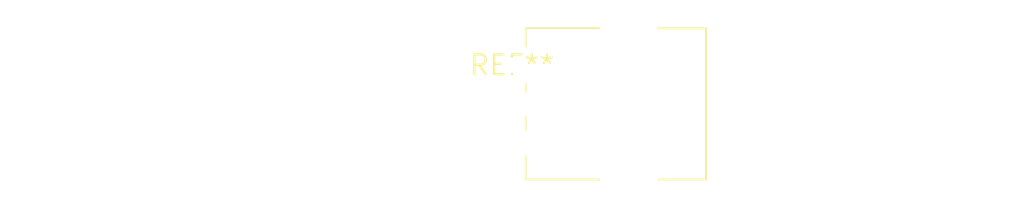
<source format=kicad_pcb>
(kicad_pcb (version 20240108) (generator pcbnew)
  (layers (0 "F.Cu" signal) (31 "B.Cu" signal) (34 "B.Paste" user) (35 "F.Paste" user) (36 "B.SilkS" user "B.Silkscreen") (37 "F.SilkS" user "F.Silkscreen") (38 "B.Mask" user) (39 "F.Mask" user) (44 "Edge.Cuts" user))
  (net 0 "")
  (footprint "Potentiometer_Alpha_RD901F-40-00D_Single_Vertical_CircularHoles" (layer "F.Cu") (at 0 0)
    (property "Reference" "REF**")
    (property "Value" "Potentiometer_Alpha_RD901F-40-00D_Single_Vertical_CircularHoles")
    (fp_line (start 0.88 -2.38) (end 5.6 -2.38) (layer "F.SilkS") (stroke (width 0.12)))
    (fp_line (start 0.88 -1.19) (end 0.88 -2.37) (layer "F.SilkS") (stroke (width 0.12)))
    (fp_line (start 0.88 1.71) (end 0.88 1.18) (layer "F.SilkS") (stroke (width 0.12)))
    (fp_line (start 0.88 4.16) (end 0.88 3.33) (layer "F.SilkS") (stroke (width 0.12)))
    (fp_line (start 0.88 7.37) (end 0.88 5.88) (layer "F.SilkS") (stroke (width 0.12)))
    (fp_line (start 0.88 7.37) (end 5.6 7.37) (layer "F.SilkS") (stroke (width 0.12)))
    (fp_line (start 9.41 -2.37) (end 12.47 -2.37) (layer "F.SilkS") (stroke (width 0.12)))
    (fp_line (start 9.41 7.37) (end 12.47 7.37) (layer "F.SilkS") (stroke (width 0.12)))
    (fp_line (start 12.47 7.37) (end 12.47 -2.37) (layer "F.SilkS") (stroke (width 0.12)))
    (pad "" thru_hole circle (at 7.5 -2.3 90) (size 3.24 3.24) (drill 1.8) (layers *.Cu *.Mask) (remove_unused_layers))
    (pad "" thru_hole circle (at 7.5 7.3 90) (size 3.24 3.24) (drill 1.8) (layers *.Cu *.Mask) (remove_unused_layers))
    (pad "1" thru_hole rect (at 0 0 90) (size 1.8 1.8) (drill 1) (layers *.Cu *.Mask) (remove_unused_layers))
    (pad "2" thru_hole circle (at 0 2.5 90) (size 1.8 1.8) (drill 1) (layers *.Cu *.Mask) (remove_unused_layers))
    (pad "3" thru_hole circle (at 0 5 90) (size 1.8 1.8) (drill 1) (layers *.Cu *.Mask) (remove_unused_layers))
  )
)
</source>
